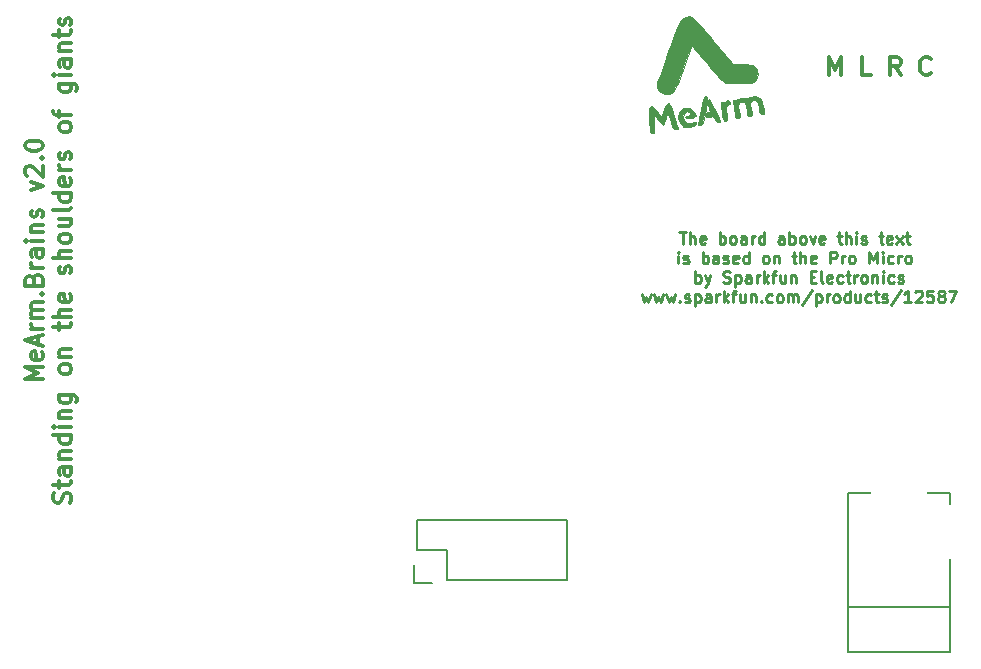
<source format=gto>
G04 #@! TF.FileFunction,Legend,Top*
%FSLAX46Y46*%
G04 Gerber Fmt 4.6, Leading zero omitted, Abs format (unit mm)*
G04 Created by KiCad (PCBNEW (2015-01-16 BZR 5376)-product) date 3/31/2016 11:59:57 AM*
%MOMM*%
G01*
G04 APERTURE LIST*
%ADD10C,0.100000*%
%ADD11C,0.300000*%
%ADD12C,0.250000*%
%ADD13C,0.150000*%
%ADD14C,2.000000*%
%ADD15R,2.000000X2.000000*%
%ADD16R,2.032000X1.727200*%
%ADD17O,2.032000X1.727200*%
%ADD18R,1.574800X2.286000*%
%ADD19O,1.574800X2.286000*%
%ADD20C,0.300000*%
%ADD21R,1.727200X1.727200*%
%ADD22O,1.727200X1.727200*%
%ADD23C,4.800600*%
%ADD24R,4.800600X4.800600*%
%ADD25C,3.000000*%
G04 APERTURE END LIST*
D10*
D11*
X172168286Y-83847714D02*
X172096857Y-83919143D01*
X171882571Y-83990571D01*
X171739714Y-83990571D01*
X171525429Y-83919143D01*
X171382571Y-83776286D01*
X171311143Y-83633429D01*
X171239714Y-83347714D01*
X171239714Y-83133429D01*
X171311143Y-82847714D01*
X171382571Y-82704857D01*
X171525429Y-82562000D01*
X171739714Y-82490571D01*
X171882571Y-82490571D01*
X172096857Y-82562000D01*
X172168286Y-82633429D01*
X169628286Y-83990571D02*
X169128286Y-83276286D01*
X168771143Y-83990571D02*
X168771143Y-82490571D01*
X169342571Y-82490571D01*
X169485429Y-82562000D01*
X169556857Y-82633429D01*
X169628286Y-82776286D01*
X169628286Y-82990571D01*
X169556857Y-83133429D01*
X169485429Y-83204857D01*
X169342571Y-83276286D01*
X168771143Y-83276286D01*
X167088286Y-83990571D02*
X166374000Y-83990571D01*
X166374000Y-82490571D01*
X163584000Y-83990571D02*
X163584000Y-82490571D01*
X164084000Y-83562000D01*
X164584000Y-82490571D01*
X164584000Y-83990571D01*
X97014571Y-109766428D02*
X95514571Y-109766428D01*
X96586000Y-109266428D01*
X95514571Y-108766428D01*
X97014571Y-108766428D01*
X96943143Y-107480714D02*
X97014571Y-107623571D01*
X97014571Y-107909285D01*
X96943143Y-108052142D01*
X96800286Y-108123571D01*
X96228857Y-108123571D01*
X96086000Y-108052142D01*
X96014571Y-107909285D01*
X96014571Y-107623571D01*
X96086000Y-107480714D01*
X96228857Y-107409285D01*
X96371714Y-107409285D01*
X96514571Y-108123571D01*
X96586000Y-106837857D02*
X96586000Y-106123571D01*
X97014571Y-106980714D02*
X95514571Y-106480714D01*
X97014571Y-105980714D01*
X97014571Y-105480714D02*
X96014571Y-105480714D01*
X96300286Y-105480714D02*
X96157429Y-105409286D01*
X96086000Y-105337857D01*
X96014571Y-105195000D01*
X96014571Y-105052143D01*
X97014571Y-104552143D02*
X96014571Y-104552143D01*
X96157429Y-104552143D02*
X96086000Y-104480715D01*
X96014571Y-104337857D01*
X96014571Y-104123572D01*
X96086000Y-103980715D01*
X96228857Y-103909286D01*
X97014571Y-103909286D01*
X96228857Y-103909286D02*
X96086000Y-103837857D01*
X96014571Y-103695000D01*
X96014571Y-103480715D01*
X96086000Y-103337857D01*
X96228857Y-103266429D01*
X97014571Y-103266429D01*
X96871714Y-102552143D02*
X96943143Y-102480715D01*
X97014571Y-102552143D01*
X96943143Y-102623572D01*
X96871714Y-102552143D01*
X97014571Y-102552143D01*
X96228857Y-101337857D02*
X96300286Y-101123571D01*
X96371714Y-101052143D01*
X96514571Y-100980714D01*
X96728857Y-100980714D01*
X96871714Y-101052143D01*
X96943143Y-101123571D01*
X97014571Y-101266429D01*
X97014571Y-101837857D01*
X95514571Y-101837857D01*
X95514571Y-101337857D01*
X95586000Y-101195000D01*
X95657429Y-101123571D01*
X95800286Y-101052143D01*
X95943143Y-101052143D01*
X96086000Y-101123571D01*
X96157429Y-101195000D01*
X96228857Y-101337857D01*
X96228857Y-101837857D01*
X97014571Y-100337857D02*
X96014571Y-100337857D01*
X96300286Y-100337857D02*
X96157429Y-100266429D01*
X96086000Y-100195000D01*
X96014571Y-100052143D01*
X96014571Y-99909286D01*
X97014571Y-98766429D02*
X96228857Y-98766429D01*
X96086000Y-98837858D01*
X96014571Y-98980715D01*
X96014571Y-99266429D01*
X96086000Y-99409286D01*
X96943143Y-98766429D02*
X97014571Y-98909286D01*
X97014571Y-99266429D01*
X96943143Y-99409286D01*
X96800286Y-99480715D01*
X96657429Y-99480715D01*
X96514571Y-99409286D01*
X96443143Y-99266429D01*
X96443143Y-98909286D01*
X96371714Y-98766429D01*
X97014571Y-98052143D02*
X96014571Y-98052143D01*
X95514571Y-98052143D02*
X95586000Y-98123572D01*
X95657429Y-98052143D01*
X95586000Y-97980715D01*
X95514571Y-98052143D01*
X95657429Y-98052143D01*
X96014571Y-97337857D02*
X97014571Y-97337857D01*
X96157429Y-97337857D02*
X96086000Y-97266429D01*
X96014571Y-97123571D01*
X96014571Y-96909286D01*
X96086000Y-96766429D01*
X96228857Y-96695000D01*
X97014571Y-96695000D01*
X96943143Y-96052143D02*
X97014571Y-95909286D01*
X97014571Y-95623571D01*
X96943143Y-95480714D01*
X96800286Y-95409286D01*
X96728857Y-95409286D01*
X96586000Y-95480714D01*
X96514571Y-95623571D01*
X96514571Y-95837857D01*
X96443143Y-95980714D01*
X96300286Y-96052143D01*
X96228857Y-96052143D01*
X96086000Y-95980714D01*
X96014571Y-95837857D01*
X96014571Y-95623571D01*
X96086000Y-95480714D01*
X96014571Y-93766428D02*
X97014571Y-93409285D01*
X96014571Y-93052143D01*
X95657429Y-92552143D02*
X95586000Y-92480714D01*
X95514571Y-92337857D01*
X95514571Y-91980714D01*
X95586000Y-91837857D01*
X95657429Y-91766428D01*
X95800286Y-91695000D01*
X95943143Y-91695000D01*
X96157429Y-91766428D01*
X97014571Y-92623571D01*
X97014571Y-91695000D01*
X96871714Y-91052143D02*
X96943143Y-90980715D01*
X97014571Y-91052143D01*
X96943143Y-91123572D01*
X96871714Y-91052143D01*
X97014571Y-91052143D01*
X95514571Y-90052143D02*
X95514571Y-89909286D01*
X95586000Y-89766429D01*
X95657429Y-89695000D01*
X95800286Y-89623571D01*
X96086000Y-89552143D01*
X96443143Y-89552143D01*
X96728857Y-89623571D01*
X96871714Y-89695000D01*
X96943143Y-89766429D01*
X97014571Y-89909286D01*
X97014571Y-90052143D01*
X96943143Y-90195000D01*
X96871714Y-90266429D01*
X96728857Y-90337857D01*
X96443143Y-90409286D01*
X96086000Y-90409286D01*
X95800286Y-90337857D01*
X95657429Y-90266429D01*
X95586000Y-90195000D01*
X95514571Y-90052143D01*
X99343143Y-120230715D02*
X99414571Y-120016429D01*
X99414571Y-119659286D01*
X99343143Y-119516429D01*
X99271714Y-119445000D01*
X99128857Y-119373572D01*
X98986000Y-119373572D01*
X98843143Y-119445000D01*
X98771714Y-119516429D01*
X98700286Y-119659286D01*
X98628857Y-119945000D01*
X98557429Y-120087858D01*
X98486000Y-120159286D01*
X98343143Y-120230715D01*
X98200286Y-120230715D01*
X98057429Y-120159286D01*
X97986000Y-120087858D01*
X97914571Y-119945000D01*
X97914571Y-119587858D01*
X97986000Y-119373572D01*
X98414571Y-118945001D02*
X98414571Y-118373572D01*
X97914571Y-118730715D02*
X99200286Y-118730715D01*
X99343143Y-118659287D01*
X99414571Y-118516429D01*
X99414571Y-118373572D01*
X99414571Y-117230715D02*
X98628857Y-117230715D01*
X98486000Y-117302144D01*
X98414571Y-117445001D01*
X98414571Y-117730715D01*
X98486000Y-117873572D01*
X99343143Y-117230715D02*
X99414571Y-117373572D01*
X99414571Y-117730715D01*
X99343143Y-117873572D01*
X99200286Y-117945001D01*
X99057429Y-117945001D01*
X98914571Y-117873572D01*
X98843143Y-117730715D01*
X98843143Y-117373572D01*
X98771714Y-117230715D01*
X98414571Y-116516429D02*
X99414571Y-116516429D01*
X98557429Y-116516429D02*
X98486000Y-116445001D01*
X98414571Y-116302143D01*
X98414571Y-116087858D01*
X98486000Y-115945001D01*
X98628857Y-115873572D01*
X99414571Y-115873572D01*
X99414571Y-114516429D02*
X97914571Y-114516429D01*
X99343143Y-114516429D02*
X99414571Y-114659286D01*
X99414571Y-114945000D01*
X99343143Y-115087858D01*
X99271714Y-115159286D01*
X99128857Y-115230715D01*
X98700286Y-115230715D01*
X98557429Y-115159286D01*
X98486000Y-115087858D01*
X98414571Y-114945000D01*
X98414571Y-114659286D01*
X98486000Y-114516429D01*
X99414571Y-113802143D02*
X98414571Y-113802143D01*
X97914571Y-113802143D02*
X97986000Y-113873572D01*
X98057429Y-113802143D01*
X97986000Y-113730715D01*
X97914571Y-113802143D01*
X98057429Y-113802143D01*
X98414571Y-113087857D02*
X99414571Y-113087857D01*
X98557429Y-113087857D02*
X98486000Y-113016429D01*
X98414571Y-112873571D01*
X98414571Y-112659286D01*
X98486000Y-112516429D01*
X98628857Y-112445000D01*
X99414571Y-112445000D01*
X98414571Y-111087857D02*
X99628857Y-111087857D01*
X99771714Y-111159286D01*
X99843143Y-111230714D01*
X99914571Y-111373571D01*
X99914571Y-111587857D01*
X99843143Y-111730714D01*
X99343143Y-111087857D02*
X99414571Y-111230714D01*
X99414571Y-111516428D01*
X99343143Y-111659286D01*
X99271714Y-111730714D01*
X99128857Y-111802143D01*
X98700286Y-111802143D01*
X98557429Y-111730714D01*
X98486000Y-111659286D01*
X98414571Y-111516428D01*
X98414571Y-111230714D01*
X98486000Y-111087857D01*
X99414571Y-109016428D02*
X99343143Y-109159286D01*
X99271714Y-109230714D01*
X99128857Y-109302143D01*
X98700286Y-109302143D01*
X98557429Y-109230714D01*
X98486000Y-109159286D01*
X98414571Y-109016428D01*
X98414571Y-108802143D01*
X98486000Y-108659286D01*
X98557429Y-108587857D01*
X98700286Y-108516428D01*
X99128857Y-108516428D01*
X99271714Y-108587857D01*
X99343143Y-108659286D01*
X99414571Y-108802143D01*
X99414571Y-109016428D01*
X98414571Y-107873571D02*
X99414571Y-107873571D01*
X98557429Y-107873571D02*
X98486000Y-107802143D01*
X98414571Y-107659285D01*
X98414571Y-107445000D01*
X98486000Y-107302143D01*
X98628857Y-107230714D01*
X99414571Y-107230714D01*
X98414571Y-105587857D02*
X98414571Y-105016428D01*
X97914571Y-105373571D02*
X99200286Y-105373571D01*
X99343143Y-105302143D01*
X99414571Y-105159285D01*
X99414571Y-105016428D01*
X99414571Y-104516428D02*
X97914571Y-104516428D01*
X99414571Y-103873571D02*
X98628857Y-103873571D01*
X98486000Y-103945000D01*
X98414571Y-104087857D01*
X98414571Y-104302142D01*
X98486000Y-104445000D01*
X98557429Y-104516428D01*
X99343143Y-102587857D02*
X99414571Y-102730714D01*
X99414571Y-103016428D01*
X99343143Y-103159285D01*
X99200286Y-103230714D01*
X98628857Y-103230714D01*
X98486000Y-103159285D01*
X98414571Y-103016428D01*
X98414571Y-102730714D01*
X98486000Y-102587857D01*
X98628857Y-102516428D01*
X98771714Y-102516428D01*
X98914571Y-103230714D01*
X99343143Y-100802143D02*
X99414571Y-100659286D01*
X99414571Y-100373571D01*
X99343143Y-100230714D01*
X99200286Y-100159286D01*
X99128857Y-100159286D01*
X98986000Y-100230714D01*
X98914571Y-100373571D01*
X98914571Y-100587857D01*
X98843143Y-100730714D01*
X98700286Y-100802143D01*
X98628857Y-100802143D01*
X98486000Y-100730714D01*
X98414571Y-100587857D01*
X98414571Y-100373571D01*
X98486000Y-100230714D01*
X99414571Y-99516428D02*
X97914571Y-99516428D01*
X99414571Y-98873571D02*
X98628857Y-98873571D01*
X98486000Y-98945000D01*
X98414571Y-99087857D01*
X98414571Y-99302142D01*
X98486000Y-99445000D01*
X98557429Y-99516428D01*
X99414571Y-97944999D02*
X99343143Y-98087857D01*
X99271714Y-98159285D01*
X99128857Y-98230714D01*
X98700286Y-98230714D01*
X98557429Y-98159285D01*
X98486000Y-98087857D01*
X98414571Y-97944999D01*
X98414571Y-97730714D01*
X98486000Y-97587857D01*
X98557429Y-97516428D01*
X98700286Y-97444999D01*
X99128857Y-97444999D01*
X99271714Y-97516428D01*
X99343143Y-97587857D01*
X99414571Y-97730714D01*
X99414571Y-97944999D01*
X98414571Y-96159285D02*
X99414571Y-96159285D01*
X98414571Y-96802142D02*
X99200286Y-96802142D01*
X99343143Y-96730714D01*
X99414571Y-96587856D01*
X99414571Y-96373571D01*
X99343143Y-96230714D01*
X99271714Y-96159285D01*
X99414571Y-95230713D02*
X99343143Y-95373571D01*
X99200286Y-95444999D01*
X97914571Y-95444999D01*
X99414571Y-94016428D02*
X97914571Y-94016428D01*
X99343143Y-94016428D02*
X99414571Y-94159285D01*
X99414571Y-94444999D01*
X99343143Y-94587857D01*
X99271714Y-94659285D01*
X99128857Y-94730714D01*
X98700286Y-94730714D01*
X98557429Y-94659285D01*
X98486000Y-94587857D01*
X98414571Y-94444999D01*
X98414571Y-94159285D01*
X98486000Y-94016428D01*
X99343143Y-92730714D02*
X99414571Y-92873571D01*
X99414571Y-93159285D01*
X99343143Y-93302142D01*
X99200286Y-93373571D01*
X98628857Y-93373571D01*
X98486000Y-93302142D01*
X98414571Y-93159285D01*
X98414571Y-92873571D01*
X98486000Y-92730714D01*
X98628857Y-92659285D01*
X98771714Y-92659285D01*
X98914571Y-93373571D01*
X99414571Y-92016428D02*
X98414571Y-92016428D01*
X98700286Y-92016428D02*
X98557429Y-91945000D01*
X98486000Y-91873571D01*
X98414571Y-91730714D01*
X98414571Y-91587857D01*
X99343143Y-91159286D02*
X99414571Y-91016429D01*
X99414571Y-90730714D01*
X99343143Y-90587857D01*
X99200286Y-90516429D01*
X99128857Y-90516429D01*
X98986000Y-90587857D01*
X98914571Y-90730714D01*
X98914571Y-90945000D01*
X98843143Y-91087857D01*
X98700286Y-91159286D01*
X98628857Y-91159286D01*
X98486000Y-91087857D01*
X98414571Y-90945000D01*
X98414571Y-90730714D01*
X98486000Y-90587857D01*
X99414571Y-88516428D02*
X99343143Y-88659286D01*
X99271714Y-88730714D01*
X99128857Y-88802143D01*
X98700286Y-88802143D01*
X98557429Y-88730714D01*
X98486000Y-88659286D01*
X98414571Y-88516428D01*
X98414571Y-88302143D01*
X98486000Y-88159286D01*
X98557429Y-88087857D01*
X98700286Y-88016428D01*
X99128857Y-88016428D01*
X99271714Y-88087857D01*
X99343143Y-88159286D01*
X99414571Y-88302143D01*
X99414571Y-88516428D01*
X98414571Y-87587857D02*
X98414571Y-87016428D01*
X99414571Y-87373571D02*
X98128857Y-87373571D01*
X97986000Y-87302143D01*
X97914571Y-87159285D01*
X97914571Y-87016428D01*
X98414571Y-84730714D02*
X99628857Y-84730714D01*
X99771714Y-84802143D01*
X99843143Y-84873571D01*
X99914571Y-85016428D01*
X99914571Y-85230714D01*
X99843143Y-85373571D01*
X99343143Y-84730714D02*
X99414571Y-84873571D01*
X99414571Y-85159285D01*
X99343143Y-85302143D01*
X99271714Y-85373571D01*
X99128857Y-85445000D01*
X98700286Y-85445000D01*
X98557429Y-85373571D01*
X98486000Y-85302143D01*
X98414571Y-85159285D01*
X98414571Y-84873571D01*
X98486000Y-84730714D01*
X99414571Y-84016428D02*
X98414571Y-84016428D01*
X97914571Y-84016428D02*
X97986000Y-84087857D01*
X98057429Y-84016428D01*
X97986000Y-83945000D01*
X97914571Y-84016428D01*
X98057429Y-84016428D01*
X99414571Y-82659285D02*
X98628857Y-82659285D01*
X98486000Y-82730714D01*
X98414571Y-82873571D01*
X98414571Y-83159285D01*
X98486000Y-83302142D01*
X99343143Y-82659285D02*
X99414571Y-82802142D01*
X99414571Y-83159285D01*
X99343143Y-83302142D01*
X99200286Y-83373571D01*
X99057429Y-83373571D01*
X98914571Y-83302142D01*
X98843143Y-83159285D01*
X98843143Y-82802142D01*
X98771714Y-82659285D01*
X98414571Y-81944999D02*
X99414571Y-81944999D01*
X98557429Y-81944999D02*
X98486000Y-81873571D01*
X98414571Y-81730713D01*
X98414571Y-81516428D01*
X98486000Y-81373571D01*
X98628857Y-81302142D01*
X99414571Y-81302142D01*
X98414571Y-80802142D02*
X98414571Y-80230713D01*
X97914571Y-80587856D02*
X99200286Y-80587856D01*
X99343143Y-80516428D01*
X99414571Y-80373570D01*
X99414571Y-80230713D01*
X99343143Y-79802142D02*
X99414571Y-79659285D01*
X99414571Y-79373570D01*
X99343143Y-79230713D01*
X99200286Y-79159285D01*
X99128857Y-79159285D01*
X98986000Y-79230713D01*
X98914571Y-79373570D01*
X98914571Y-79587856D01*
X98843143Y-79730713D01*
X98700286Y-79802142D01*
X98628857Y-79802142D01*
X98486000Y-79730713D01*
X98414571Y-79587856D01*
X98414571Y-79373570D01*
X98486000Y-79230713D01*
D12*
X150893141Y-97307381D02*
X151464570Y-97307381D01*
X151178855Y-98307381D02*
X151178855Y-97307381D01*
X151797903Y-98307381D02*
X151797903Y-97307381D01*
X152226475Y-98307381D02*
X152226475Y-97783571D01*
X152178856Y-97688333D01*
X152083618Y-97640714D01*
X151940760Y-97640714D01*
X151845522Y-97688333D01*
X151797903Y-97735952D01*
X153083618Y-98259762D02*
X152988380Y-98307381D01*
X152797903Y-98307381D01*
X152702665Y-98259762D01*
X152655046Y-98164524D01*
X152655046Y-97783571D01*
X152702665Y-97688333D01*
X152797903Y-97640714D01*
X152988380Y-97640714D01*
X153083618Y-97688333D01*
X153131237Y-97783571D01*
X153131237Y-97878810D01*
X152655046Y-97974048D01*
X154321713Y-98307381D02*
X154321713Y-97307381D01*
X154321713Y-97688333D02*
X154416951Y-97640714D01*
X154607428Y-97640714D01*
X154702666Y-97688333D01*
X154750285Y-97735952D01*
X154797904Y-97831190D01*
X154797904Y-98116905D01*
X154750285Y-98212143D01*
X154702666Y-98259762D01*
X154607428Y-98307381D01*
X154416951Y-98307381D01*
X154321713Y-98259762D01*
X155369332Y-98307381D02*
X155274094Y-98259762D01*
X155226475Y-98212143D01*
X155178856Y-98116905D01*
X155178856Y-97831190D01*
X155226475Y-97735952D01*
X155274094Y-97688333D01*
X155369332Y-97640714D01*
X155512190Y-97640714D01*
X155607428Y-97688333D01*
X155655047Y-97735952D01*
X155702666Y-97831190D01*
X155702666Y-98116905D01*
X155655047Y-98212143D01*
X155607428Y-98259762D01*
X155512190Y-98307381D01*
X155369332Y-98307381D01*
X156559809Y-98307381D02*
X156559809Y-97783571D01*
X156512190Y-97688333D01*
X156416952Y-97640714D01*
X156226475Y-97640714D01*
X156131237Y-97688333D01*
X156559809Y-98259762D02*
X156464571Y-98307381D01*
X156226475Y-98307381D01*
X156131237Y-98259762D01*
X156083618Y-98164524D01*
X156083618Y-98069286D01*
X156131237Y-97974048D01*
X156226475Y-97926429D01*
X156464571Y-97926429D01*
X156559809Y-97878810D01*
X157035999Y-98307381D02*
X157035999Y-97640714D01*
X157035999Y-97831190D02*
X157083618Y-97735952D01*
X157131237Y-97688333D01*
X157226475Y-97640714D01*
X157321714Y-97640714D01*
X158083619Y-98307381D02*
X158083619Y-97307381D01*
X158083619Y-98259762D02*
X157988381Y-98307381D01*
X157797904Y-98307381D01*
X157702666Y-98259762D01*
X157655047Y-98212143D01*
X157607428Y-98116905D01*
X157607428Y-97831190D01*
X157655047Y-97735952D01*
X157702666Y-97688333D01*
X157797904Y-97640714D01*
X157988381Y-97640714D01*
X158083619Y-97688333D01*
X159750286Y-98307381D02*
X159750286Y-97783571D01*
X159702667Y-97688333D01*
X159607429Y-97640714D01*
X159416952Y-97640714D01*
X159321714Y-97688333D01*
X159750286Y-98259762D02*
X159655048Y-98307381D01*
X159416952Y-98307381D01*
X159321714Y-98259762D01*
X159274095Y-98164524D01*
X159274095Y-98069286D01*
X159321714Y-97974048D01*
X159416952Y-97926429D01*
X159655048Y-97926429D01*
X159750286Y-97878810D01*
X160226476Y-98307381D02*
X160226476Y-97307381D01*
X160226476Y-97688333D02*
X160321714Y-97640714D01*
X160512191Y-97640714D01*
X160607429Y-97688333D01*
X160655048Y-97735952D01*
X160702667Y-97831190D01*
X160702667Y-98116905D01*
X160655048Y-98212143D01*
X160607429Y-98259762D01*
X160512191Y-98307381D01*
X160321714Y-98307381D01*
X160226476Y-98259762D01*
X161274095Y-98307381D02*
X161178857Y-98259762D01*
X161131238Y-98212143D01*
X161083619Y-98116905D01*
X161083619Y-97831190D01*
X161131238Y-97735952D01*
X161178857Y-97688333D01*
X161274095Y-97640714D01*
X161416953Y-97640714D01*
X161512191Y-97688333D01*
X161559810Y-97735952D01*
X161607429Y-97831190D01*
X161607429Y-98116905D01*
X161559810Y-98212143D01*
X161512191Y-98259762D01*
X161416953Y-98307381D01*
X161274095Y-98307381D01*
X161940762Y-97640714D02*
X162178857Y-98307381D01*
X162416953Y-97640714D01*
X163178858Y-98259762D02*
X163083620Y-98307381D01*
X162893143Y-98307381D01*
X162797905Y-98259762D01*
X162750286Y-98164524D01*
X162750286Y-97783571D01*
X162797905Y-97688333D01*
X162893143Y-97640714D01*
X163083620Y-97640714D01*
X163178858Y-97688333D01*
X163226477Y-97783571D01*
X163226477Y-97878810D01*
X162750286Y-97974048D01*
X164274096Y-97640714D02*
X164655048Y-97640714D01*
X164416953Y-97307381D02*
X164416953Y-98164524D01*
X164464572Y-98259762D01*
X164559810Y-98307381D01*
X164655048Y-98307381D01*
X164988382Y-98307381D02*
X164988382Y-97307381D01*
X165416954Y-98307381D02*
X165416954Y-97783571D01*
X165369335Y-97688333D01*
X165274097Y-97640714D01*
X165131239Y-97640714D01*
X165036001Y-97688333D01*
X164988382Y-97735952D01*
X165893144Y-98307381D02*
X165893144Y-97640714D01*
X165893144Y-97307381D02*
X165845525Y-97355000D01*
X165893144Y-97402619D01*
X165940763Y-97355000D01*
X165893144Y-97307381D01*
X165893144Y-97402619D01*
X166321715Y-98259762D02*
X166416953Y-98307381D01*
X166607429Y-98307381D01*
X166702668Y-98259762D01*
X166750287Y-98164524D01*
X166750287Y-98116905D01*
X166702668Y-98021667D01*
X166607429Y-97974048D01*
X166464572Y-97974048D01*
X166369334Y-97926429D01*
X166321715Y-97831190D01*
X166321715Y-97783571D01*
X166369334Y-97688333D01*
X166464572Y-97640714D01*
X166607429Y-97640714D01*
X166702668Y-97688333D01*
X167797906Y-97640714D02*
X168178858Y-97640714D01*
X167940763Y-97307381D02*
X167940763Y-98164524D01*
X167988382Y-98259762D01*
X168083620Y-98307381D01*
X168178858Y-98307381D01*
X168893145Y-98259762D02*
X168797907Y-98307381D01*
X168607430Y-98307381D01*
X168512192Y-98259762D01*
X168464573Y-98164524D01*
X168464573Y-97783571D01*
X168512192Y-97688333D01*
X168607430Y-97640714D01*
X168797907Y-97640714D01*
X168893145Y-97688333D01*
X168940764Y-97783571D01*
X168940764Y-97878810D01*
X168464573Y-97974048D01*
X169274097Y-98307381D02*
X169797907Y-97640714D01*
X169274097Y-97640714D02*
X169797907Y-98307381D01*
X170036002Y-97640714D02*
X170416954Y-97640714D01*
X170178859Y-97307381D02*
X170178859Y-98164524D01*
X170226478Y-98259762D01*
X170321716Y-98307381D01*
X170416954Y-98307381D01*
X150821713Y-99957381D02*
X150821713Y-99290714D01*
X150821713Y-98957381D02*
X150774094Y-99005000D01*
X150821713Y-99052619D01*
X150869332Y-99005000D01*
X150821713Y-98957381D01*
X150821713Y-99052619D01*
X151250284Y-99909762D02*
X151345522Y-99957381D01*
X151535998Y-99957381D01*
X151631237Y-99909762D01*
X151678856Y-99814524D01*
X151678856Y-99766905D01*
X151631237Y-99671667D01*
X151535998Y-99624048D01*
X151393141Y-99624048D01*
X151297903Y-99576429D01*
X151250284Y-99481190D01*
X151250284Y-99433571D01*
X151297903Y-99338333D01*
X151393141Y-99290714D01*
X151535998Y-99290714D01*
X151631237Y-99338333D01*
X152869332Y-99957381D02*
X152869332Y-98957381D01*
X152869332Y-99338333D02*
X152964570Y-99290714D01*
X153155047Y-99290714D01*
X153250285Y-99338333D01*
X153297904Y-99385952D01*
X153345523Y-99481190D01*
X153345523Y-99766905D01*
X153297904Y-99862143D01*
X153250285Y-99909762D01*
X153155047Y-99957381D01*
X152964570Y-99957381D01*
X152869332Y-99909762D01*
X154202666Y-99957381D02*
X154202666Y-99433571D01*
X154155047Y-99338333D01*
X154059809Y-99290714D01*
X153869332Y-99290714D01*
X153774094Y-99338333D01*
X154202666Y-99909762D02*
X154107428Y-99957381D01*
X153869332Y-99957381D01*
X153774094Y-99909762D01*
X153726475Y-99814524D01*
X153726475Y-99719286D01*
X153774094Y-99624048D01*
X153869332Y-99576429D01*
X154107428Y-99576429D01*
X154202666Y-99528810D01*
X154631237Y-99909762D02*
X154726475Y-99957381D01*
X154916951Y-99957381D01*
X155012190Y-99909762D01*
X155059809Y-99814524D01*
X155059809Y-99766905D01*
X155012190Y-99671667D01*
X154916951Y-99624048D01*
X154774094Y-99624048D01*
X154678856Y-99576429D01*
X154631237Y-99481190D01*
X154631237Y-99433571D01*
X154678856Y-99338333D01*
X154774094Y-99290714D01*
X154916951Y-99290714D01*
X155012190Y-99338333D01*
X155869333Y-99909762D02*
X155774095Y-99957381D01*
X155583618Y-99957381D01*
X155488380Y-99909762D01*
X155440761Y-99814524D01*
X155440761Y-99433571D01*
X155488380Y-99338333D01*
X155583618Y-99290714D01*
X155774095Y-99290714D01*
X155869333Y-99338333D01*
X155916952Y-99433571D01*
X155916952Y-99528810D01*
X155440761Y-99624048D01*
X156774095Y-99957381D02*
X156774095Y-98957381D01*
X156774095Y-99909762D02*
X156678857Y-99957381D01*
X156488380Y-99957381D01*
X156393142Y-99909762D01*
X156345523Y-99862143D01*
X156297904Y-99766905D01*
X156297904Y-99481190D01*
X156345523Y-99385952D01*
X156393142Y-99338333D01*
X156488380Y-99290714D01*
X156678857Y-99290714D01*
X156774095Y-99338333D01*
X158155047Y-99957381D02*
X158059809Y-99909762D01*
X158012190Y-99862143D01*
X157964571Y-99766905D01*
X157964571Y-99481190D01*
X158012190Y-99385952D01*
X158059809Y-99338333D01*
X158155047Y-99290714D01*
X158297905Y-99290714D01*
X158393143Y-99338333D01*
X158440762Y-99385952D01*
X158488381Y-99481190D01*
X158488381Y-99766905D01*
X158440762Y-99862143D01*
X158393143Y-99909762D01*
X158297905Y-99957381D01*
X158155047Y-99957381D01*
X158916952Y-99290714D02*
X158916952Y-99957381D01*
X158916952Y-99385952D02*
X158964571Y-99338333D01*
X159059809Y-99290714D01*
X159202667Y-99290714D01*
X159297905Y-99338333D01*
X159345524Y-99433571D01*
X159345524Y-99957381D01*
X160440762Y-99290714D02*
X160821714Y-99290714D01*
X160583619Y-98957381D02*
X160583619Y-99814524D01*
X160631238Y-99909762D01*
X160726476Y-99957381D01*
X160821714Y-99957381D01*
X161155048Y-99957381D02*
X161155048Y-98957381D01*
X161583620Y-99957381D02*
X161583620Y-99433571D01*
X161536001Y-99338333D01*
X161440763Y-99290714D01*
X161297905Y-99290714D01*
X161202667Y-99338333D01*
X161155048Y-99385952D01*
X162440763Y-99909762D02*
X162345525Y-99957381D01*
X162155048Y-99957381D01*
X162059810Y-99909762D01*
X162012191Y-99814524D01*
X162012191Y-99433571D01*
X162059810Y-99338333D01*
X162155048Y-99290714D01*
X162345525Y-99290714D01*
X162440763Y-99338333D01*
X162488382Y-99433571D01*
X162488382Y-99528810D01*
X162012191Y-99624048D01*
X163678858Y-99957381D02*
X163678858Y-98957381D01*
X164059811Y-98957381D01*
X164155049Y-99005000D01*
X164202668Y-99052619D01*
X164250287Y-99147857D01*
X164250287Y-99290714D01*
X164202668Y-99385952D01*
X164155049Y-99433571D01*
X164059811Y-99481190D01*
X163678858Y-99481190D01*
X164678858Y-99957381D02*
X164678858Y-99290714D01*
X164678858Y-99481190D02*
X164726477Y-99385952D01*
X164774096Y-99338333D01*
X164869334Y-99290714D01*
X164964573Y-99290714D01*
X165440763Y-99957381D02*
X165345525Y-99909762D01*
X165297906Y-99862143D01*
X165250287Y-99766905D01*
X165250287Y-99481190D01*
X165297906Y-99385952D01*
X165345525Y-99338333D01*
X165440763Y-99290714D01*
X165583621Y-99290714D01*
X165678859Y-99338333D01*
X165726478Y-99385952D01*
X165774097Y-99481190D01*
X165774097Y-99766905D01*
X165726478Y-99862143D01*
X165678859Y-99909762D01*
X165583621Y-99957381D01*
X165440763Y-99957381D01*
X166964573Y-99957381D02*
X166964573Y-98957381D01*
X167297907Y-99671667D01*
X167631240Y-98957381D01*
X167631240Y-99957381D01*
X168107430Y-99957381D02*
X168107430Y-99290714D01*
X168107430Y-98957381D02*
X168059811Y-99005000D01*
X168107430Y-99052619D01*
X168155049Y-99005000D01*
X168107430Y-98957381D01*
X168107430Y-99052619D01*
X169012192Y-99909762D02*
X168916954Y-99957381D01*
X168726477Y-99957381D01*
X168631239Y-99909762D01*
X168583620Y-99862143D01*
X168536001Y-99766905D01*
X168536001Y-99481190D01*
X168583620Y-99385952D01*
X168631239Y-99338333D01*
X168726477Y-99290714D01*
X168916954Y-99290714D01*
X169012192Y-99338333D01*
X169440763Y-99957381D02*
X169440763Y-99290714D01*
X169440763Y-99481190D02*
X169488382Y-99385952D01*
X169536001Y-99338333D01*
X169631239Y-99290714D01*
X169726478Y-99290714D01*
X170202668Y-99957381D02*
X170107430Y-99909762D01*
X170059811Y-99862143D01*
X170012192Y-99766905D01*
X170012192Y-99481190D01*
X170059811Y-99385952D01*
X170107430Y-99338333D01*
X170202668Y-99290714D01*
X170345526Y-99290714D01*
X170440764Y-99338333D01*
X170488383Y-99385952D01*
X170536002Y-99481190D01*
X170536002Y-99766905D01*
X170488383Y-99862143D01*
X170440764Y-99909762D01*
X170345526Y-99957381D01*
X170202668Y-99957381D01*
X152250284Y-101607381D02*
X152250284Y-100607381D01*
X152250284Y-100988333D02*
X152345522Y-100940714D01*
X152535999Y-100940714D01*
X152631237Y-100988333D01*
X152678856Y-101035952D01*
X152726475Y-101131190D01*
X152726475Y-101416905D01*
X152678856Y-101512143D01*
X152631237Y-101559762D01*
X152535999Y-101607381D01*
X152345522Y-101607381D01*
X152250284Y-101559762D01*
X153059808Y-100940714D02*
X153297903Y-101607381D01*
X153535999Y-100940714D02*
X153297903Y-101607381D01*
X153202665Y-101845476D01*
X153155046Y-101893095D01*
X153059808Y-101940714D01*
X154631237Y-101559762D02*
X154774094Y-101607381D01*
X155012190Y-101607381D01*
X155107428Y-101559762D01*
X155155047Y-101512143D01*
X155202666Y-101416905D01*
X155202666Y-101321667D01*
X155155047Y-101226429D01*
X155107428Y-101178810D01*
X155012190Y-101131190D01*
X154821713Y-101083571D01*
X154726475Y-101035952D01*
X154678856Y-100988333D01*
X154631237Y-100893095D01*
X154631237Y-100797857D01*
X154678856Y-100702619D01*
X154726475Y-100655000D01*
X154821713Y-100607381D01*
X155059809Y-100607381D01*
X155202666Y-100655000D01*
X155631237Y-100940714D02*
X155631237Y-101940714D01*
X155631237Y-100988333D02*
X155726475Y-100940714D01*
X155916952Y-100940714D01*
X156012190Y-100988333D01*
X156059809Y-101035952D01*
X156107428Y-101131190D01*
X156107428Y-101416905D01*
X156059809Y-101512143D01*
X156012190Y-101559762D01*
X155916952Y-101607381D01*
X155726475Y-101607381D01*
X155631237Y-101559762D01*
X156964571Y-101607381D02*
X156964571Y-101083571D01*
X156916952Y-100988333D01*
X156821714Y-100940714D01*
X156631237Y-100940714D01*
X156535999Y-100988333D01*
X156964571Y-101559762D02*
X156869333Y-101607381D01*
X156631237Y-101607381D01*
X156535999Y-101559762D01*
X156488380Y-101464524D01*
X156488380Y-101369286D01*
X156535999Y-101274048D01*
X156631237Y-101226429D01*
X156869333Y-101226429D01*
X156964571Y-101178810D01*
X157440761Y-101607381D02*
X157440761Y-100940714D01*
X157440761Y-101131190D02*
X157488380Y-101035952D01*
X157535999Y-100988333D01*
X157631237Y-100940714D01*
X157726476Y-100940714D01*
X158059809Y-101607381D02*
X158059809Y-100607381D01*
X158155047Y-101226429D02*
X158440762Y-101607381D01*
X158440762Y-100940714D02*
X158059809Y-101321667D01*
X158726476Y-100940714D02*
X159107428Y-100940714D01*
X158869333Y-101607381D02*
X158869333Y-100750238D01*
X158916952Y-100655000D01*
X159012190Y-100607381D01*
X159107428Y-100607381D01*
X159869334Y-100940714D02*
X159869334Y-101607381D01*
X159440762Y-100940714D02*
X159440762Y-101464524D01*
X159488381Y-101559762D01*
X159583619Y-101607381D01*
X159726477Y-101607381D01*
X159821715Y-101559762D01*
X159869334Y-101512143D01*
X160345524Y-100940714D02*
X160345524Y-101607381D01*
X160345524Y-101035952D02*
X160393143Y-100988333D01*
X160488381Y-100940714D01*
X160631239Y-100940714D01*
X160726477Y-100988333D01*
X160774096Y-101083571D01*
X160774096Y-101607381D01*
X162012191Y-101083571D02*
X162345525Y-101083571D01*
X162488382Y-101607381D02*
X162012191Y-101607381D01*
X162012191Y-100607381D01*
X162488382Y-100607381D01*
X163059810Y-101607381D02*
X162964572Y-101559762D01*
X162916953Y-101464524D01*
X162916953Y-100607381D01*
X163821716Y-101559762D02*
X163726478Y-101607381D01*
X163536001Y-101607381D01*
X163440763Y-101559762D01*
X163393144Y-101464524D01*
X163393144Y-101083571D01*
X163440763Y-100988333D01*
X163536001Y-100940714D01*
X163726478Y-100940714D01*
X163821716Y-100988333D01*
X163869335Y-101083571D01*
X163869335Y-101178810D01*
X163393144Y-101274048D01*
X164726478Y-101559762D02*
X164631240Y-101607381D01*
X164440763Y-101607381D01*
X164345525Y-101559762D01*
X164297906Y-101512143D01*
X164250287Y-101416905D01*
X164250287Y-101131190D01*
X164297906Y-101035952D01*
X164345525Y-100988333D01*
X164440763Y-100940714D01*
X164631240Y-100940714D01*
X164726478Y-100988333D01*
X165012192Y-100940714D02*
X165393144Y-100940714D01*
X165155049Y-100607381D02*
X165155049Y-101464524D01*
X165202668Y-101559762D01*
X165297906Y-101607381D01*
X165393144Y-101607381D01*
X165726478Y-101607381D02*
X165726478Y-100940714D01*
X165726478Y-101131190D02*
X165774097Y-101035952D01*
X165821716Y-100988333D01*
X165916954Y-100940714D01*
X166012193Y-100940714D01*
X166488383Y-101607381D02*
X166393145Y-101559762D01*
X166345526Y-101512143D01*
X166297907Y-101416905D01*
X166297907Y-101131190D01*
X166345526Y-101035952D01*
X166393145Y-100988333D01*
X166488383Y-100940714D01*
X166631241Y-100940714D01*
X166726479Y-100988333D01*
X166774098Y-101035952D01*
X166821717Y-101131190D01*
X166821717Y-101416905D01*
X166774098Y-101512143D01*
X166726479Y-101559762D01*
X166631241Y-101607381D01*
X166488383Y-101607381D01*
X167250288Y-100940714D02*
X167250288Y-101607381D01*
X167250288Y-101035952D02*
X167297907Y-100988333D01*
X167393145Y-100940714D01*
X167536003Y-100940714D01*
X167631241Y-100988333D01*
X167678860Y-101083571D01*
X167678860Y-101607381D01*
X168155050Y-101607381D02*
X168155050Y-100940714D01*
X168155050Y-100607381D02*
X168107431Y-100655000D01*
X168155050Y-100702619D01*
X168202669Y-100655000D01*
X168155050Y-100607381D01*
X168155050Y-100702619D01*
X169059812Y-101559762D02*
X168964574Y-101607381D01*
X168774097Y-101607381D01*
X168678859Y-101559762D01*
X168631240Y-101512143D01*
X168583621Y-101416905D01*
X168583621Y-101131190D01*
X168631240Y-101035952D01*
X168678859Y-100988333D01*
X168774097Y-100940714D01*
X168964574Y-100940714D01*
X169059812Y-100988333D01*
X169440764Y-101559762D02*
X169536002Y-101607381D01*
X169726478Y-101607381D01*
X169821717Y-101559762D01*
X169869336Y-101464524D01*
X169869336Y-101416905D01*
X169821717Y-101321667D01*
X169726478Y-101274048D01*
X169583621Y-101274048D01*
X169488383Y-101226429D01*
X169440764Y-101131190D01*
X169440764Y-101083571D01*
X169488383Y-100988333D01*
X169583621Y-100940714D01*
X169726478Y-100940714D01*
X169821717Y-100988333D01*
X147702666Y-102590714D02*
X147893142Y-103257381D01*
X148083619Y-102781190D01*
X148274095Y-103257381D01*
X148464571Y-102590714D01*
X148750285Y-102590714D02*
X148940761Y-103257381D01*
X149131238Y-102781190D01*
X149321714Y-103257381D01*
X149512190Y-102590714D01*
X149797904Y-102590714D02*
X149988380Y-103257381D01*
X150178857Y-102781190D01*
X150369333Y-103257381D01*
X150559809Y-102590714D01*
X150940761Y-103162143D02*
X150988380Y-103209762D01*
X150940761Y-103257381D01*
X150893142Y-103209762D01*
X150940761Y-103162143D01*
X150940761Y-103257381D01*
X151369332Y-103209762D02*
X151464570Y-103257381D01*
X151655046Y-103257381D01*
X151750285Y-103209762D01*
X151797904Y-103114524D01*
X151797904Y-103066905D01*
X151750285Y-102971667D01*
X151655046Y-102924048D01*
X151512189Y-102924048D01*
X151416951Y-102876429D01*
X151369332Y-102781190D01*
X151369332Y-102733571D01*
X151416951Y-102638333D01*
X151512189Y-102590714D01*
X151655046Y-102590714D01*
X151750285Y-102638333D01*
X152226475Y-102590714D02*
X152226475Y-103590714D01*
X152226475Y-102638333D02*
X152321713Y-102590714D01*
X152512190Y-102590714D01*
X152607428Y-102638333D01*
X152655047Y-102685952D01*
X152702666Y-102781190D01*
X152702666Y-103066905D01*
X152655047Y-103162143D01*
X152607428Y-103209762D01*
X152512190Y-103257381D01*
X152321713Y-103257381D01*
X152226475Y-103209762D01*
X153559809Y-103257381D02*
X153559809Y-102733571D01*
X153512190Y-102638333D01*
X153416952Y-102590714D01*
X153226475Y-102590714D01*
X153131237Y-102638333D01*
X153559809Y-103209762D02*
X153464571Y-103257381D01*
X153226475Y-103257381D01*
X153131237Y-103209762D01*
X153083618Y-103114524D01*
X153083618Y-103019286D01*
X153131237Y-102924048D01*
X153226475Y-102876429D01*
X153464571Y-102876429D01*
X153559809Y-102828810D01*
X154035999Y-103257381D02*
X154035999Y-102590714D01*
X154035999Y-102781190D02*
X154083618Y-102685952D01*
X154131237Y-102638333D01*
X154226475Y-102590714D01*
X154321714Y-102590714D01*
X154655047Y-103257381D02*
X154655047Y-102257381D01*
X154750285Y-102876429D02*
X155036000Y-103257381D01*
X155036000Y-102590714D02*
X154655047Y-102971667D01*
X155321714Y-102590714D02*
X155702666Y-102590714D01*
X155464571Y-103257381D02*
X155464571Y-102400238D01*
X155512190Y-102305000D01*
X155607428Y-102257381D01*
X155702666Y-102257381D01*
X156464572Y-102590714D02*
X156464572Y-103257381D01*
X156036000Y-102590714D02*
X156036000Y-103114524D01*
X156083619Y-103209762D01*
X156178857Y-103257381D01*
X156321715Y-103257381D01*
X156416953Y-103209762D01*
X156464572Y-103162143D01*
X156940762Y-102590714D02*
X156940762Y-103257381D01*
X156940762Y-102685952D02*
X156988381Y-102638333D01*
X157083619Y-102590714D01*
X157226477Y-102590714D01*
X157321715Y-102638333D01*
X157369334Y-102733571D01*
X157369334Y-103257381D01*
X157845524Y-103162143D02*
X157893143Y-103209762D01*
X157845524Y-103257381D01*
X157797905Y-103209762D01*
X157845524Y-103162143D01*
X157845524Y-103257381D01*
X158750286Y-103209762D02*
X158655048Y-103257381D01*
X158464571Y-103257381D01*
X158369333Y-103209762D01*
X158321714Y-103162143D01*
X158274095Y-103066905D01*
X158274095Y-102781190D01*
X158321714Y-102685952D01*
X158369333Y-102638333D01*
X158464571Y-102590714D01*
X158655048Y-102590714D01*
X158750286Y-102638333D01*
X159321714Y-103257381D02*
X159226476Y-103209762D01*
X159178857Y-103162143D01*
X159131238Y-103066905D01*
X159131238Y-102781190D01*
X159178857Y-102685952D01*
X159226476Y-102638333D01*
X159321714Y-102590714D01*
X159464572Y-102590714D01*
X159559810Y-102638333D01*
X159607429Y-102685952D01*
X159655048Y-102781190D01*
X159655048Y-103066905D01*
X159607429Y-103162143D01*
X159559810Y-103209762D01*
X159464572Y-103257381D01*
X159321714Y-103257381D01*
X160083619Y-103257381D02*
X160083619Y-102590714D01*
X160083619Y-102685952D02*
X160131238Y-102638333D01*
X160226476Y-102590714D01*
X160369334Y-102590714D01*
X160464572Y-102638333D01*
X160512191Y-102733571D01*
X160512191Y-103257381D01*
X160512191Y-102733571D02*
X160559810Y-102638333D01*
X160655048Y-102590714D01*
X160797905Y-102590714D01*
X160893143Y-102638333D01*
X160940762Y-102733571D01*
X160940762Y-103257381D01*
X162131238Y-102209762D02*
X161274095Y-103495476D01*
X162464571Y-102590714D02*
X162464571Y-103590714D01*
X162464571Y-102638333D02*
X162559809Y-102590714D01*
X162750286Y-102590714D01*
X162845524Y-102638333D01*
X162893143Y-102685952D01*
X162940762Y-102781190D01*
X162940762Y-103066905D01*
X162893143Y-103162143D01*
X162845524Y-103209762D01*
X162750286Y-103257381D01*
X162559809Y-103257381D01*
X162464571Y-103209762D01*
X163369333Y-103257381D02*
X163369333Y-102590714D01*
X163369333Y-102781190D02*
X163416952Y-102685952D01*
X163464571Y-102638333D01*
X163559809Y-102590714D01*
X163655048Y-102590714D01*
X164131238Y-103257381D02*
X164036000Y-103209762D01*
X163988381Y-103162143D01*
X163940762Y-103066905D01*
X163940762Y-102781190D01*
X163988381Y-102685952D01*
X164036000Y-102638333D01*
X164131238Y-102590714D01*
X164274096Y-102590714D01*
X164369334Y-102638333D01*
X164416953Y-102685952D01*
X164464572Y-102781190D01*
X164464572Y-103066905D01*
X164416953Y-103162143D01*
X164369334Y-103209762D01*
X164274096Y-103257381D01*
X164131238Y-103257381D01*
X165321715Y-103257381D02*
X165321715Y-102257381D01*
X165321715Y-103209762D02*
X165226477Y-103257381D01*
X165036000Y-103257381D01*
X164940762Y-103209762D01*
X164893143Y-103162143D01*
X164845524Y-103066905D01*
X164845524Y-102781190D01*
X164893143Y-102685952D01*
X164940762Y-102638333D01*
X165036000Y-102590714D01*
X165226477Y-102590714D01*
X165321715Y-102638333D01*
X166226477Y-102590714D02*
X166226477Y-103257381D01*
X165797905Y-102590714D02*
X165797905Y-103114524D01*
X165845524Y-103209762D01*
X165940762Y-103257381D01*
X166083620Y-103257381D01*
X166178858Y-103209762D01*
X166226477Y-103162143D01*
X167131239Y-103209762D02*
X167036001Y-103257381D01*
X166845524Y-103257381D01*
X166750286Y-103209762D01*
X166702667Y-103162143D01*
X166655048Y-103066905D01*
X166655048Y-102781190D01*
X166702667Y-102685952D01*
X166750286Y-102638333D01*
X166845524Y-102590714D01*
X167036001Y-102590714D01*
X167131239Y-102638333D01*
X167416953Y-102590714D02*
X167797905Y-102590714D01*
X167559810Y-102257381D02*
X167559810Y-103114524D01*
X167607429Y-103209762D01*
X167702667Y-103257381D01*
X167797905Y-103257381D01*
X168083620Y-103209762D02*
X168178858Y-103257381D01*
X168369334Y-103257381D01*
X168464573Y-103209762D01*
X168512192Y-103114524D01*
X168512192Y-103066905D01*
X168464573Y-102971667D01*
X168369334Y-102924048D01*
X168226477Y-102924048D01*
X168131239Y-102876429D01*
X168083620Y-102781190D01*
X168083620Y-102733571D01*
X168131239Y-102638333D01*
X168226477Y-102590714D01*
X168369334Y-102590714D01*
X168464573Y-102638333D01*
X169655049Y-102209762D02*
X168797906Y-103495476D01*
X170512192Y-103257381D02*
X169940763Y-103257381D01*
X170226477Y-103257381D02*
X170226477Y-102257381D01*
X170131239Y-102400238D01*
X170036001Y-102495476D01*
X169940763Y-102543095D01*
X170893144Y-102352619D02*
X170940763Y-102305000D01*
X171036001Y-102257381D01*
X171274097Y-102257381D01*
X171369335Y-102305000D01*
X171416954Y-102352619D01*
X171464573Y-102447857D01*
X171464573Y-102543095D01*
X171416954Y-102685952D01*
X170845525Y-103257381D01*
X171464573Y-103257381D01*
X172369335Y-102257381D02*
X171893144Y-102257381D01*
X171845525Y-102733571D01*
X171893144Y-102685952D01*
X171988382Y-102638333D01*
X172226478Y-102638333D01*
X172321716Y-102685952D01*
X172369335Y-102733571D01*
X172416954Y-102828810D01*
X172416954Y-103066905D01*
X172369335Y-103162143D01*
X172321716Y-103209762D01*
X172226478Y-103257381D01*
X171988382Y-103257381D01*
X171893144Y-103209762D01*
X171845525Y-103162143D01*
X172988382Y-102685952D02*
X172893144Y-102638333D01*
X172845525Y-102590714D01*
X172797906Y-102495476D01*
X172797906Y-102447857D01*
X172845525Y-102352619D01*
X172893144Y-102305000D01*
X172988382Y-102257381D01*
X173178859Y-102257381D01*
X173274097Y-102305000D01*
X173321716Y-102352619D01*
X173369335Y-102447857D01*
X173369335Y-102495476D01*
X173321716Y-102590714D01*
X173274097Y-102638333D01*
X173178859Y-102685952D01*
X172988382Y-102685952D01*
X172893144Y-102733571D01*
X172845525Y-102781190D01*
X172797906Y-102876429D01*
X172797906Y-103066905D01*
X172845525Y-103162143D01*
X172893144Y-103209762D01*
X172988382Y-103257381D01*
X173178859Y-103257381D01*
X173274097Y-103209762D01*
X173321716Y-103162143D01*
X173369335Y-103066905D01*
X173369335Y-102876429D01*
X173321716Y-102781190D01*
X173274097Y-102733571D01*
X173178859Y-102685952D01*
X173702668Y-102257381D02*
X174369335Y-102257381D01*
X173940763Y-103257381D01*
D13*
X128730000Y-121690000D02*
X141430000Y-121690000D01*
X141430000Y-121690000D02*
X141430000Y-126770000D01*
X141430000Y-126770000D02*
X131270000Y-126770000D01*
X128730000Y-121690000D02*
X128730000Y-124230000D01*
X128450000Y-125500000D02*
X128450000Y-127050000D01*
X128730000Y-124230000D02*
X131270000Y-124230000D01*
X131270000Y-124230000D02*
X131270000Y-126770000D01*
X128450000Y-127050000D02*
X130000000Y-127050000D01*
X165182000Y-132112000D02*
X165182000Y-132874000D01*
X165182000Y-132874000D02*
X173818000Y-132874000D01*
X173818000Y-132874000D02*
X173818000Y-132112000D01*
X165182000Y-129064000D02*
X173818000Y-129064000D01*
X165182000Y-119412000D02*
X173818000Y-119412000D01*
X173818000Y-132112000D02*
X173818000Y-119412000D01*
X165182000Y-132112000D02*
X165182000Y-119412000D01*
D10*
G36*
X150756350Y-88455500D02*
X150753023Y-88567311D01*
X150622447Y-88603127D01*
X150588958Y-88603667D01*
X150474593Y-88587694D01*
X150389545Y-88517160D01*
X150312006Y-88358140D01*
X150220168Y-88076711D01*
X150194357Y-87989833D01*
X150098587Y-87684471D01*
X150012128Y-87443137D01*
X149951726Y-87312038D01*
X149946101Y-87304896D01*
X149886657Y-87338073D01*
X149802162Y-87497167D01*
X149731923Y-87685896D01*
X149641432Y-87945891D01*
X149563582Y-88137305D01*
X149528123Y-88201236D01*
X149452711Y-88172198D01*
X149310440Y-88034973D01*
X149136364Y-87824654D01*
X148957030Y-87595128D01*
X148852893Y-87487421D01*
X148799960Y-87486109D01*
X148774239Y-87575770D01*
X148772050Y-87590463D01*
X148761421Y-87780606D01*
X148763030Y-88072840D01*
X148774818Y-88369212D01*
X148788222Y-88672713D01*
X148778862Y-88844555D01*
X148737087Y-88921905D01*
X148653246Y-88941928D01*
X148625996Y-88942333D01*
X148523497Y-88922761D01*
X148459897Y-88838684D01*
X148417973Y-88652059D01*
X148390395Y-88421913D01*
X148361677Y-88052683D01*
X148341965Y-87618573D01*
X148336000Y-87278913D01*
X148340423Y-86957457D01*
X148359839Y-86770060D01*
X148403463Y-86681549D01*
X148480515Y-86656746D01*
X148499148Y-86656333D01*
X148643967Y-86723386D01*
X148840434Y-86903577D01*
X148985981Y-87076060D01*
X149163104Y-87295433D01*
X149301976Y-87448665D01*
X149366264Y-87499393D01*
X149419077Y-87427332D01*
X149503908Y-87234657D01*
X149602712Y-86962521D01*
X149606000Y-86952667D01*
X149722397Y-86640574D01*
X149823143Y-86466926D01*
X149925462Y-86404052D01*
X149948566Y-86402333D01*
X150001562Y-86410208D01*
X150051828Y-86446134D01*
X150106624Y-86528562D01*
X150173210Y-86675943D01*
X150258843Y-86906729D01*
X150370785Y-87239370D01*
X150516294Y-87692319D01*
X150702629Y-88284026D01*
X150756350Y-88455500D01*
X150756350Y-88455500D01*
X150756350Y-88455500D01*
G37*
X150756350Y-88455500D02*
X150753023Y-88567311D01*
X150622447Y-88603127D01*
X150588958Y-88603667D01*
X150474593Y-88587694D01*
X150389545Y-88517160D01*
X150312006Y-88358140D01*
X150220168Y-88076711D01*
X150194357Y-87989833D01*
X150098587Y-87684471D01*
X150012128Y-87443137D01*
X149951726Y-87312038D01*
X149946101Y-87304896D01*
X149886657Y-87338073D01*
X149802162Y-87497167D01*
X149731923Y-87685896D01*
X149641432Y-87945891D01*
X149563582Y-88137305D01*
X149528123Y-88201236D01*
X149452711Y-88172198D01*
X149310440Y-88034973D01*
X149136364Y-87824654D01*
X148957030Y-87595128D01*
X148852893Y-87487421D01*
X148799960Y-87486109D01*
X148774239Y-87575770D01*
X148772050Y-87590463D01*
X148761421Y-87780606D01*
X148763030Y-88072840D01*
X148774818Y-88369212D01*
X148788222Y-88672713D01*
X148778862Y-88844555D01*
X148737087Y-88921905D01*
X148653246Y-88941928D01*
X148625996Y-88942333D01*
X148523497Y-88922761D01*
X148459897Y-88838684D01*
X148417973Y-88652059D01*
X148390395Y-88421913D01*
X148361677Y-88052683D01*
X148341965Y-87618573D01*
X148336000Y-87278913D01*
X148340423Y-86957457D01*
X148359839Y-86770060D01*
X148403463Y-86681549D01*
X148480515Y-86656746D01*
X148499148Y-86656333D01*
X148643967Y-86723386D01*
X148840434Y-86903577D01*
X148985981Y-87076060D01*
X149163104Y-87295433D01*
X149301976Y-87448665D01*
X149366264Y-87499393D01*
X149419077Y-87427332D01*
X149503908Y-87234657D01*
X149602712Y-86962521D01*
X149606000Y-86952667D01*
X149722397Y-86640574D01*
X149823143Y-86466926D01*
X149925462Y-86404052D01*
X149948566Y-86402333D01*
X150001562Y-86410208D01*
X150051828Y-86446134D01*
X150106624Y-86528562D01*
X150173210Y-86675943D01*
X150258843Y-86906729D01*
X150370785Y-87239370D01*
X150516294Y-87692319D01*
X150702629Y-88284026D01*
X150756350Y-88455500D01*
X150756350Y-88455500D01*
G36*
X152315334Y-88073018D02*
X152239784Y-88230175D01*
X152045685Y-88349902D01*
X151781861Y-88420454D01*
X151497138Y-88430085D01*
X151240339Y-88367051D01*
X151193498Y-88342884D01*
X151023566Y-88174675D01*
X150876923Y-87918450D01*
X150796278Y-87654410D01*
X150791334Y-87587667D01*
X150864462Y-87263307D01*
X151057295Y-87001207D01*
X151330005Y-86830394D01*
X151642763Y-86779894D01*
X151841287Y-86822481D01*
X151999657Y-86936620D01*
X152148153Y-87125001D01*
X152251462Y-87329408D01*
X152274269Y-87491627D01*
X152263460Y-87518436D01*
X152148626Y-87579758D01*
X151932807Y-87624610D01*
X151684054Y-87646530D01*
X151470421Y-87639058D01*
X151366109Y-87603642D01*
X151355333Y-87526686D01*
X151499009Y-87457440D01*
X151562974Y-87439525D01*
X151775940Y-87355108D01*
X151821467Y-87253561D01*
X151700893Y-87131458D01*
X151686872Y-87122433D01*
X151511256Y-87083593D01*
X151364678Y-87172576D01*
X151263769Y-87348325D01*
X151225162Y-87569787D01*
X151265489Y-87795905D01*
X151355162Y-87941245D01*
X151572721Y-88061670D01*
X151876944Y-88062337D01*
X152167167Y-87972510D01*
X152285269Y-87958944D01*
X152315334Y-88073018D01*
X152315334Y-88073018D01*
X152315334Y-88073018D01*
G37*
X152315334Y-88073018D02*
X152239784Y-88230175D01*
X152045685Y-88349902D01*
X151781861Y-88420454D01*
X151497138Y-88430085D01*
X151240339Y-88367051D01*
X151193498Y-88342884D01*
X151023566Y-88174675D01*
X150876923Y-87918450D01*
X150796278Y-87654410D01*
X150791334Y-87587667D01*
X150864462Y-87263307D01*
X151057295Y-87001207D01*
X151330005Y-86830394D01*
X151642763Y-86779894D01*
X151841287Y-86822481D01*
X151999657Y-86936620D01*
X152148153Y-87125001D01*
X152251462Y-87329408D01*
X152274269Y-87491627D01*
X152263460Y-87518436D01*
X152148626Y-87579758D01*
X151932807Y-87624610D01*
X151684054Y-87646530D01*
X151470421Y-87639058D01*
X151366109Y-87603642D01*
X151355333Y-87526686D01*
X151499009Y-87457440D01*
X151562974Y-87439525D01*
X151775940Y-87355108D01*
X151821467Y-87253561D01*
X151700893Y-87131458D01*
X151686872Y-87122433D01*
X151511256Y-87083593D01*
X151364678Y-87172576D01*
X151263769Y-87348325D01*
X151225162Y-87569787D01*
X151265489Y-87795905D01*
X151355162Y-87941245D01*
X151572721Y-88061670D01*
X151876944Y-88062337D01*
X152167167Y-87972510D01*
X152285269Y-87958944D01*
X152315334Y-88073018D01*
X152315334Y-88073018D01*
G36*
X153239660Y-86034345D02*
X153211987Y-86331020D01*
X153143751Y-86764652D01*
X153033737Y-87345792D01*
X152958603Y-87714667D01*
X152888959Y-88003952D01*
X152817378Y-88164664D01*
X152721696Y-88236353D01*
X152657937Y-88251166D01*
X152517633Y-88248152D01*
X152495730Y-88148239D01*
X152509097Y-88081832D01*
X152540845Y-87919140D01*
X152590599Y-87632834D01*
X152650926Y-87266712D01*
X152700731Y-86952667D01*
X152787875Y-86465660D01*
X152877610Y-86128222D01*
X152978152Y-85920679D01*
X153097719Y-85823360D01*
X153178182Y-85809667D01*
X153227986Y-85864078D01*
X153239660Y-86034345D01*
X153239660Y-86034345D01*
X153239660Y-86034345D01*
G37*
X153239660Y-86034345D02*
X153211987Y-86331020D01*
X153143751Y-86764652D01*
X153033737Y-87345792D01*
X152958603Y-87714667D01*
X152888959Y-88003952D01*
X152817378Y-88164664D01*
X152721696Y-88236353D01*
X152657937Y-88251166D01*
X152517633Y-88248152D01*
X152495730Y-88148239D01*
X152509097Y-88081832D01*
X152540845Y-87919140D01*
X152590599Y-87632834D01*
X152650926Y-87266712D01*
X152700731Y-86952667D01*
X152787875Y-86465660D01*
X152877610Y-86128222D01*
X152978152Y-85920679D01*
X153097719Y-85823360D01*
X153178182Y-85809667D01*
X153227986Y-85864078D01*
X153239660Y-86034345D01*
X153239660Y-86034345D01*
G36*
X154338870Y-87866016D02*
X154321684Y-87943977D01*
X154162308Y-88003111D01*
X154029149Y-87933107D01*
X153901506Y-87747291D01*
X153781529Y-87573003D01*
X153649526Y-87517984D01*
X153457006Y-87539996D01*
X153260447Y-87565882D01*
X153178649Y-87524106D01*
X153162012Y-87387739D01*
X153162000Y-87379836D01*
X153200193Y-87211939D01*
X153331334Y-87164333D01*
X153459547Y-87151409D01*
X153489084Y-87086053D01*
X153426000Y-86928395D01*
X153380713Y-86839293D01*
X153301023Y-86504866D01*
X153320035Y-86317506D01*
X153379310Y-86027683D01*
X153901173Y-86953615D01*
X154134791Y-87382222D01*
X154278989Y-87682350D01*
X154338870Y-87866016D01*
X154338870Y-87866016D01*
X154338870Y-87866016D01*
G37*
X154338870Y-87866016D02*
X154321684Y-87943977D01*
X154162308Y-88003111D01*
X154029149Y-87933107D01*
X153901506Y-87747291D01*
X153781529Y-87573003D01*
X153649526Y-87517984D01*
X153457006Y-87539996D01*
X153260447Y-87565882D01*
X153178649Y-87524106D01*
X153162012Y-87387739D01*
X153162000Y-87379836D01*
X153200193Y-87211939D01*
X153331334Y-87164333D01*
X153459547Y-87151409D01*
X153489084Y-87086053D01*
X153426000Y-86928395D01*
X153380713Y-86839293D01*
X153301023Y-86504866D01*
X153320035Y-86317506D01*
X153379310Y-86027683D01*
X153901173Y-86953615D01*
X154134791Y-87382222D01*
X154278989Y-87682350D01*
X154338870Y-87866016D01*
X154338870Y-87866016D01*
G36*
X155194000Y-86317667D02*
X155161051Y-86455286D01*
X155115381Y-86487000D01*
X154996184Y-86540864D01*
X154915842Y-86607920D01*
X154853804Y-86701206D01*
X154836287Y-86841653D01*
X154862094Y-87074232D01*
X154898050Y-87277629D01*
X154950424Y-87571374D01*
X154964538Y-87738769D01*
X154934581Y-87819656D01*
X154854746Y-87853880D01*
X154812789Y-87862429D01*
X154721980Y-87867800D01*
X154656514Y-87822644D01*
X154602982Y-87696964D01*
X154547975Y-87460763D01*
X154486961Y-87133542D01*
X154422142Y-86720393D01*
X154407683Y-86449774D01*
X154448747Y-86301023D01*
X154550494Y-86253479D01*
X154700042Y-86280710D01*
X154847675Y-86275314D01*
X154895538Y-86236444D01*
X155018976Y-86149957D01*
X155143996Y-86190011D01*
X155194000Y-86317667D01*
X155194000Y-86317667D01*
X155194000Y-86317667D01*
G37*
X155194000Y-86317667D02*
X155161051Y-86455286D01*
X155115381Y-86487000D01*
X154996184Y-86540864D01*
X154915842Y-86607920D01*
X154853804Y-86701206D01*
X154836287Y-86841653D01*
X154862094Y-87074232D01*
X154898050Y-87277629D01*
X154950424Y-87571374D01*
X154964538Y-87738769D01*
X154934581Y-87819656D01*
X154854746Y-87853880D01*
X154812789Y-87862429D01*
X154721980Y-87867800D01*
X154656514Y-87822644D01*
X154602982Y-87696964D01*
X154547975Y-87460763D01*
X154486961Y-87133542D01*
X154422142Y-86720393D01*
X154407683Y-86449774D01*
X154448747Y-86301023D01*
X154550494Y-86253479D01*
X154700042Y-86280710D01*
X154847675Y-86275314D01*
X154895538Y-86236444D01*
X155018976Y-86149957D01*
X155143996Y-86190011D01*
X155194000Y-86317667D01*
X155194000Y-86317667D01*
G36*
X158057900Y-87147412D02*
X158048124Y-87279976D01*
X157989170Y-87328111D01*
X157916984Y-87333667D01*
X157806967Y-87313027D01*
X157730634Y-87228730D01*
X157671939Y-87047207D01*
X157614837Y-86734889D01*
X157607062Y-86685309D01*
X157545822Y-86423614D01*
X157462230Y-86214654D01*
X157440819Y-86180659D01*
X157337792Y-86081427D01*
X157206897Y-86088673D01*
X157097918Y-86133421D01*
X156993618Y-86186342D01*
X156929350Y-86251980D01*
X156903118Y-86361482D01*
X156912930Y-86545996D01*
X156956792Y-86836669D01*
X157027396Y-87235136D01*
X157050310Y-87424090D01*
X157006645Y-87493401D01*
X156878990Y-87489136D01*
X156746893Y-87439889D01*
X156667743Y-87309577D01*
X156616506Y-87079667D01*
X156535152Y-86665319D01*
X156446326Y-86402316D01*
X156335982Y-86272799D01*
X156190075Y-86258906D01*
X156024192Y-86326484D01*
X155934924Y-86401440D01*
X155891049Y-86526237D01*
X155892047Y-86730803D01*
X155937398Y-87045072D01*
X156005586Y-87397167D01*
X156031027Y-87584591D01*
X155982271Y-87659497D01*
X155853216Y-87672333D01*
X155751950Y-87661877D01*
X155682488Y-87608870D01*
X155630864Y-87480857D01*
X155583108Y-87245382D01*
X155534381Y-86931500D01*
X155488712Y-86596566D01*
X155460195Y-86330097D01*
X155452818Y-86172605D01*
X155457248Y-86148333D01*
X155558687Y-86113376D01*
X155659667Y-86106000D01*
X155856794Y-86072068D01*
X155938023Y-86035532D01*
X156090578Y-85994238D01*
X156322803Y-85984796D01*
X156361357Y-85986912D01*
X156654834Y-85964623D01*
X156956773Y-85881228D01*
X156989117Y-85867436D01*
X157314948Y-85777382D01*
X157577923Y-85833528D01*
X157782388Y-86040142D01*
X157932689Y-86401496D01*
X158028885Y-86889167D01*
X158057900Y-87147412D01*
X158057900Y-87147412D01*
X158057900Y-87147412D01*
G37*
X158057900Y-87147412D02*
X158048124Y-87279976D01*
X157989170Y-87328111D01*
X157916984Y-87333667D01*
X157806967Y-87313027D01*
X157730634Y-87228730D01*
X157671939Y-87047207D01*
X157614837Y-86734889D01*
X157607062Y-86685309D01*
X157545822Y-86423614D01*
X157462230Y-86214654D01*
X157440819Y-86180659D01*
X157337792Y-86081427D01*
X157206897Y-86088673D01*
X157097918Y-86133421D01*
X156993618Y-86186342D01*
X156929350Y-86251980D01*
X156903118Y-86361482D01*
X156912930Y-86545996D01*
X156956792Y-86836669D01*
X157027396Y-87235136D01*
X157050310Y-87424090D01*
X157006645Y-87493401D01*
X156878990Y-87489136D01*
X156746893Y-87439889D01*
X156667743Y-87309577D01*
X156616506Y-87079667D01*
X156535152Y-86665319D01*
X156446326Y-86402316D01*
X156335982Y-86272799D01*
X156190075Y-86258906D01*
X156024192Y-86326484D01*
X155934924Y-86401440D01*
X155891049Y-86526237D01*
X155892047Y-86730803D01*
X155937398Y-87045072D01*
X156005586Y-87397167D01*
X156031027Y-87584591D01*
X155982271Y-87659497D01*
X155853216Y-87672333D01*
X155751950Y-87661877D01*
X155682488Y-87608870D01*
X155630864Y-87480857D01*
X155583108Y-87245382D01*
X155534381Y-86931500D01*
X155488712Y-86596566D01*
X155460195Y-86330097D01*
X155452818Y-86172605D01*
X155457248Y-86148333D01*
X155558687Y-86113376D01*
X155659667Y-86106000D01*
X155856794Y-86072068D01*
X155938023Y-86035532D01*
X156090578Y-85994238D01*
X156322803Y-85984796D01*
X156361357Y-85986912D01*
X156654834Y-85964623D01*
X156956773Y-85881228D01*
X156989117Y-85867436D01*
X157314948Y-85777382D01*
X157577923Y-85833528D01*
X157782388Y-86040142D01*
X157932689Y-86401496D01*
X158028885Y-86889167D01*
X158057900Y-87147412D01*
X158057900Y-87147412D01*
G36*
X157522334Y-83904667D02*
X157502515Y-84178970D01*
X157423041Y-84362387D01*
X157284779Y-84504664D01*
X157177038Y-84588847D01*
X157062461Y-84646085D01*
X156907414Y-84681548D01*
X156678266Y-84700405D01*
X156341381Y-84707824D01*
X155955263Y-84709000D01*
X155512364Y-84701912D01*
X155125465Y-84682449D01*
X154832149Y-84653308D01*
X154669996Y-84617188D01*
X154668817Y-84616637D01*
X154560428Y-84526866D01*
X154362912Y-84325685D01*
X154094202Y-84032878D01*
X153772236Y-83668226D01*
X153414946Y-83251513D01*
X153210871Y-83008488D01*
X152853153Y-82581026D01*
X152533255Y-82201999D01*
X152266406Y-81889184D01*
X152067832Y-81660356D01*
X151952761Y-81533291D01*
X151930073Y-81513351D01*
X151897737Y-81595422D01*
X151816557Y-81814235D01*
X151694804Y-82147122D01*
X151540751Y-82571415D01*
X151362668Y-83064447D01*
X151258327Y-83354333D01*
X151025598Y-83991985D01*
X150836128Y-84487113D01*
X150681674Y-84858505D01*
X150553995Y-85124950D01*
X150444849Y-85305236D01*
X150357623Y-85407500D01*
X150050464Y-85599648D01*
X149713966Y-85625236D01*
X149438335Y-85531583D01*
X149203497Y-85330074D01*
X149049419Y-85039564D01*
X149014582Y-84833087D01*
X149042420Y-84718316D01*
X149120905Y-84468302D01*
X149241634Y-84106505D01*
X149396205Y-83656388D01*
X149576218Y-83141411D01*
X149773270Y-82585037D01*
X149978960Y-82010726D01*
X150184886Y-81441940D01*
X150382646Y-80902139D01*
X150563840Y-80414786D01*
X150720065Y-80003342D01*
X150842919Y-79691268D01*
X150922647Y-79504869D01*
X151136058Y-79227176D01*
X151428425Y-79070959D01*
X151754958Y-79046297D01*
X152070865Y-79163266D01*
X152156602Y-79227254D01*
X152267981Y-79340724D01*
X152471090Y-79565847D01*
X152749656Y-79883856D01*
X153087405Y-80275986D01*
X153468065Y-80723470D01*
X153875362Y-81207542D01*
X153918263Y-81258833D01*
X155457656Y-83100333D01*
X156252440Y-83100333D01*
X156635030Y-83104445D01*
X156891239Y-83122436D01*
X157063933Y-83162791D01*
X157195979Y-83233996D01*
X157284779Y-83304669D01*
X157439235Y-83470536D01*
X157508315Y-83662324D01*
X157522334Y-83904667D01*
X157522334Y-83904667D01*
X157522334Y-83904667D01*
G37*
X157522334Y-83904667D02*
X157502515Y-84178970D01*
X157423041Y-84362387D01*
X157284779Y-84504664D01*
X157177038Y-84588847D01*
X157062461Y-84646085D01*
X156907414Y-84681548D01*
X156678266Y-84700405D01*
X156341381Y-84707824D01*
X155955263Y-84709000D01*
X155512364Y-84701912D01*
X155125465Y-84682449D01*
X154832149Y-84653308D01*
X154669996Y-84617188D01*
X154668817Y-84616637D01*
X154560428Y-84526866D01*
X154362912Y-84325685D01*
X154094202Y-84032878D01*
X153772236Y-83668226D01*
X153414946Y-83251513D01*
X153210871Y-83008488D01*
X152853153Y-82581026D01*
X152533255Y-82201999D01*
X152266406Y-81889184D01*
X152067832Y-81660356D01*
X151952761Y-81533291D01*
X151930073Y-81513351D01*
X151897737Y-81595422D01*
X151816557Y-81814235D01*
X151694804Y-82147122D01*
X151540751Y-82571415D01*
X151362668Y-83064447D01*
X151258327Y-83354333D01*
X151025598Y-83991985D01*
X150836128Y-84487113D01*
X150681674Y-84858505D01*
X150553995Y-85124950D01*
X150444849Y-85305236D01*
X150357623Y-85407500D01*
X150050464Y-85599648D01*
X149713966Y-85625236D01*
X149438335Y-85531583D01*
X149203497Y-85330074D01*
X149049419Y-85039564D01*
X149014582Y-84833087D01*
X149042420Y-84718316D01*
X149120905Y-84468302D01*
X149241634Y-84106505D01*
X149396205Y-83656388D01*
X149576218Y-83141411D01*
X149773270Y-82585037D01*
X149978960Y-82010726D01*
X150184886Y-81441940D01*
X150382646Y-80902139D01*
X150563840Y-80414786D01*
X150720065Y-80003342D01*
X150842919Y-79691268D01*
X150922647Y-79504869D01*
X151136058Y-79227176D01*
X151428425Y-79070959D01*
X151754958Y-79046297D01*
X152070865Y-79163266D01*
X152156602Y-79227254D01*
X152267981Y-79340724D01*
X152471090Y-79565847D01*
X152749656Y-79883856D01*
X153087405Y-80275986D01*
X153468065Y-80723470D01*
X153875362Y-81207542D01*
X153918263Y-81258833D01*
X155457656Y-83100333D01*
X156252440Y-83100333D01*
X156635030Y-83104445D01*
X156891239Y-83122436D01*
X157063933Y-83162791D01*
X157195979Y-83233996D01*
X157284779Y-83304669D01*
X157439235Y-83470536D01*
X157508315Y-83662324D01*
X157522334Y-83904667D01*
X157522334Y-83904667D01*
D13*
%LPC*%
D14*
X111760000Y-116840000D03*
X114300000Y-117050000D03*
X116840000Y-116840000D03*
X119400000Y-117050000D03*
X121920000Y-116840000D03*
X124500000Y-117050000D03*
X127000000Y-116840000D03*
D15*
X129550000Y-117000000D03*
D16*
X171735000Y-75946000D03*
D17*
X171735000Y-78486000D03*
X171735000Y-81026000D03*
D16*
X169195000Y-75946000D03*
D17*
X169195000Y-78486000D03*
X169195000Y-81026000D03*
D16*
X166655000Y-75946000D03*
D17*
X166655000Y-78486000D03*
X166655000Y-81026000D03*
D16*
X164095000Y-75935000D03*
D17*
X164095000Y-78475000D03*
X164095000Y-81015000D03*
D18*
X174470000Y-92880000D03*
D19*
X171930000Y-92880000D03*
X169390000Y-92880000D03*
X166850000Y-92880000D03*
X164310000Y-92880000D03*
X161770000Y-92880000D03*
X159230000Y-92880000D03*
X156690000Y-92880000D03*
X154150000Y-92880000D03*
X151610000Y-92880000D03*
X149070000Y-92880000D03*
X146530000Y-92880000D03*
X146530000Y-108120000D03*
X149070000Y-108120000D03*
X151610000Y-108120000D03*
X154150000Y-108120000D03*
X156690000Y-108120000D03*
X159230000Y-108120000D03*
X161770000Y-108120000D03*
X164310000Y-108120000D03*
X166850000Y-108120000D03*
X169390000Y-108120000D03*
X171930000Y-108120000D03*
X174470000Y-108120000D03*
D20*
X98933000Y-128651000D03*
X98552000Y-128651000D03*
X98171000Y-128651000D03*
X97790000Y-128651000D03*
X97409000Y-128651000D03*
X172339000Y-128651000D03*
X171958000Y-128651000D03*
X171577000Y-128651000D03*
X171196000Y-128651000D03*
X170815000Y-128651000D03*
X118618000Y-72517000D03*
D21*
X130000000Y-125500000D03*
D22*
X130000000Y-122960000D03*
X132540000Y-125500000D03*
X132540000Y-122960000D03*
X135080000Y-125500000D03*
X135080000Y-122960000D03*
X137620000Y-125500000D03*
X137620000Y-122960000D03*
X140160000Y-125500000D03*
X140160000Y-122960000D03*
D23*
X169500000Y-125000000D03*
D24*
X169500000Y-118904000D03*
D23*
X174580000Y-122714000D03*
D25*
X97500000Y-76000000D03*
X155500000Y-76000000D03*
X97500000Y-125000000D03*
X155500000Y-125000000D03*
D20*
X118999000Y-72517000D03*
X119380000Y-72517000D03*
X119761000Y-72517000D03*
X120142000Y-72517000D03*
M02*

</source>
